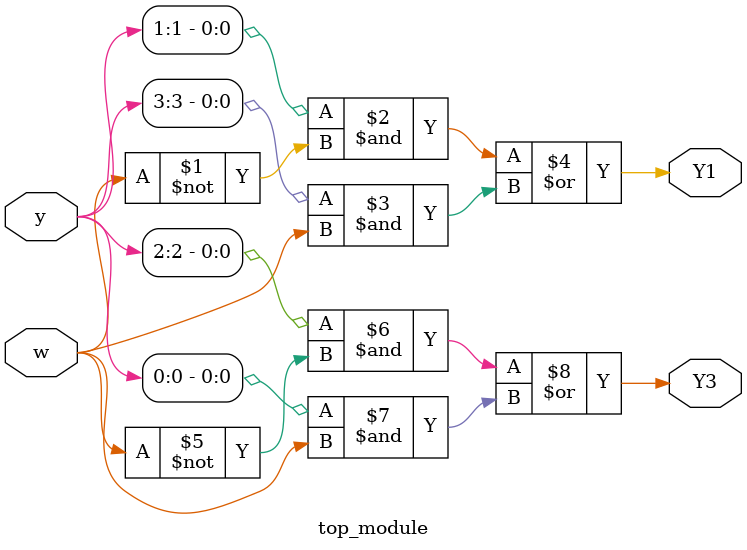
<source format=sv>
module top_module (
	input [5:0] y,
	input w,
	output Y1,
	output Y3
);

	// flip-flop Y1
	assign Y1 = (y[1] & ~w) | (y[3] & w);

	// flip-flop Y3
	assign Y3 = (y[2] & ~w) | (y[0] & w);

endmodule

</source>
